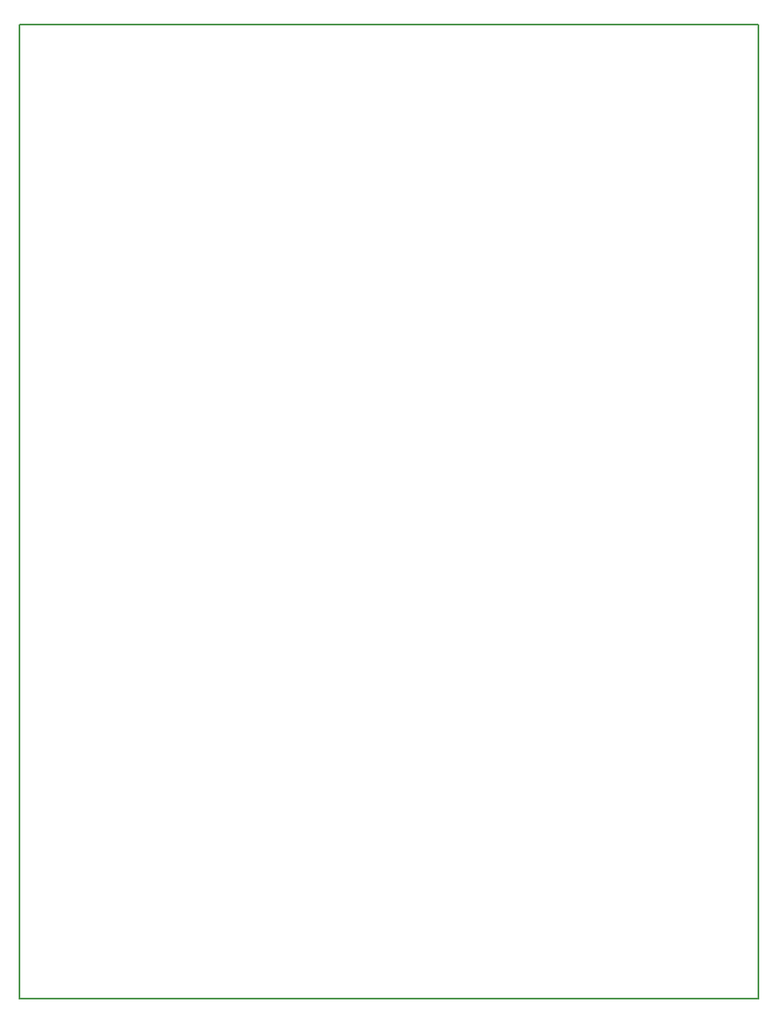
<source format=gbr>
G04 #@! TF.FileFunction,Profile,NP*
%FSLAX46Y46*%
G04 Gerber Fmt 4.6, Leading zero omitted, Abs format (unit mm)*
G04 Created by KiCad (PCBNEW 4.0.7-e2-6376~58~ubuntu16.04.1) date Sun Jun  3 17:29:45 2018*
%MOMM*%
%LPD*%
G01*
G04 APERTURE LIST*
%ADD10C,0.100000*%
%ADD11C,0.150000*%
G04 APERTURE END LIST*
D10*
D11*
X90000000Y-140000000D02*
X90000000Y-42540000D01*
X164000000Y-140000000D02*
X164000000Y-42540000D01*
X90000000Y-42540000D02*
X164000000Y-42540000D01*
X90000000Y-140000000D02*
X164000000Y-140000000D01*
M02*

</source>
